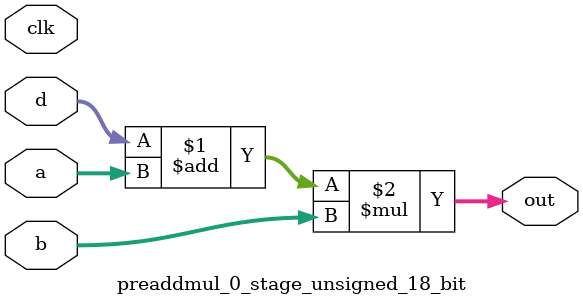
<source format=sv>
(* use_dsp = "yes" *) module preaddmul_0_stage_unsigned_18_bit(
	input  [17:0] a,
	input  [17:0] b,
	input  [17:0] d,
	output [17:0] out,
	input clk);

	assign out = (d + a) * b;
endmodule

</source>
